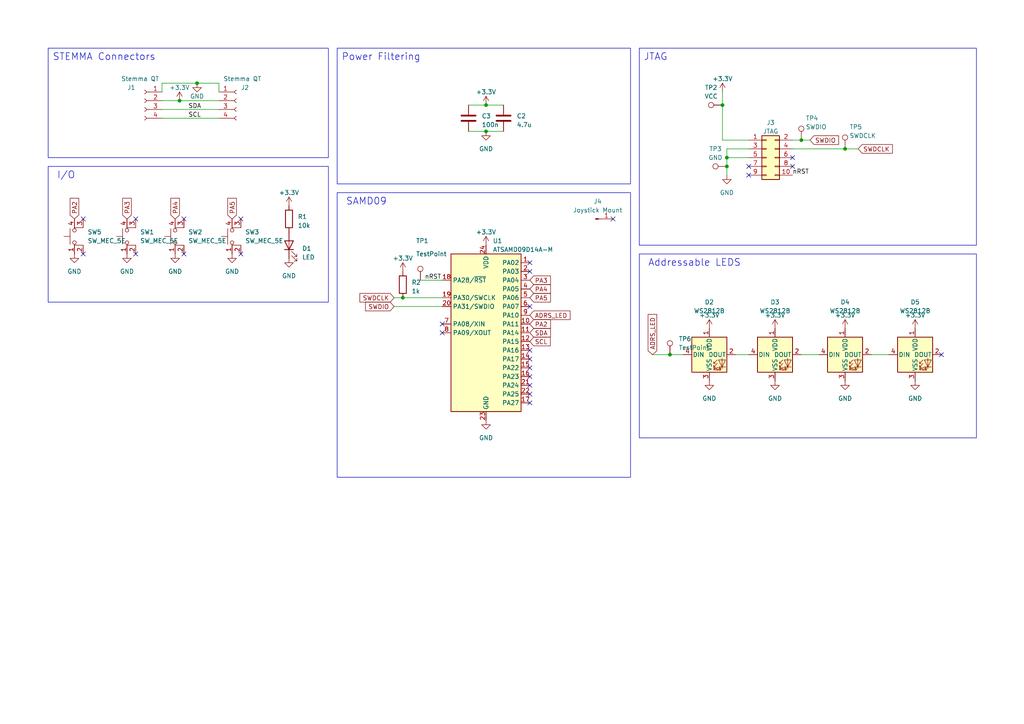
<source format=kicad_sch>
(kicad_sch (version 20230121) (generator eeschema)
  (paper "A4")
  (lib_symbols
    (symbol "Connector:Conn_01x01_Pin" (pin_names (offset 1.016) hide)
      (property "Reference" "J" (at 0 2.54 0))
      (property "Value" "Conn_01x01_Pin" (at 0 -2.54 0))
      (symbol "Conn_01x01_Pin_1_1"
        (polyline (pts (xy 1.27 0) (xy 0.8636 0)) (stroke (width 0.1524)))
        (rectangle (start 0.8636 0.127) (end 0 -0.127) (stroke (width 0.1524)) (fill (type outline)))
        (pin passive line (at 5.08 0 180) (length 3.81) (name "Pin_1") (number "1"))
      )
    )
    (symbol "Connector:Conn_01x04_Socket" (pin_names (offset 1.016) hide)
      (property "Reference" "J" (at 0 5.08 0))
      (property "Value" "Conn_01x04_Socket" (at 0 -7.62 0))
      (symbol "Conn_01x04_Socket_1_1"
        (arc (start 0 -4.572) (mid -0.5058 -5.08) (end 0 -5.588) (stroke (width 0.1524)))
        (arc (start 0 -2.032) (mid -0.5058 -2.54) (end 0 -3.048) (stroke (width 0.1524)))
        (polyline (pts (xy -1.27 -5.08) (xy -0.508 -5.08)) (stroke (width 0.1524)))
        (polyline (pts (xy -1.27 -2.54) (xy -0.508 -2.54)) (stroke (width 0.1524)))
        (polyline (pts (xy -1.27 0) (xy -0.508 0)) (stroke (width 0.1524)))
        (polyline (pts (xy -1.27 2.54) (xy -0.508 2.54)) (stroke (width 0.1524)))
        (arc (start 0 0.508) (mid -0.5058 0) (end 0 -0.508) (stroke (width 0.1524)))
        (arc (start 0 3.048) (mid -0.5058 2.54) (end 0 2.032) (stroke (width 0.1524)))
        (pin passive line (at -5.08 2.54 0) (length 3.81) (name "Pin_1") (number "1"))
        (pin passive line (at -5.08 0 0) (length 3.81) (name "Pin_2") (number "2"))
        (pin passive line (at -5.08 -2.54 0) (length 3.81) (name "Pin_3") (number "3"))
        (pin passive line (at -5.08 -5.08 0) (length 3.81) (name "Pin_4") (number "4"))
      )
    )
    (symbol "Connector:TestPoint" (pin_numbers hide) (pin_names (offset 0.762) hide)
      (property "Reference" "TP" (at 0 6.858 0))
      (property "Value" "TestPoint" (at 0 5.08 0))
      (symbol "TestPoint_0_1"
        (circle (center 0 3.302) (radius 0.762))
      )
      (symbol "TestPoint_1_1"
        (pin passive line (at 0 0 90) (length 2.54) (name "1") (number "1"))
      )
    )
    (symbol "Connector_Generic:Conn_02x05_Odd_Even" (pin_names (offset 1.016) hide)
      (property "Reference" "J" (at 1.27 7.62 0))
      (property "Value" "Conn_02x05_Odd_Even" (at 1.27 -7.62 0))
      (symbol "Conn_02x05_Odd_Even_1_1"
        (rectangle (start -1.27 -4.953) (end 0 -5.207) (stroke (width 0.1524)))
        (rectangle (start -1.27 -2.413) (end 0 -2.667) (stroke (width 0.1524)))
        (rectangle (start -1.27 0.127) (end 0 -0.127) (stroke (width 0.1524)))
        (rectangle (start -1.27 2.667) (end 0 2.413) (stroke (width 0.1524)))
        (rectangle (start -1.27 5.207) (end 0 4.953) (stroke (width 0.1524)))
        (rectangle (start -1.27 6.35) (end 3.81 -6.35) (stroke (width 0.254)) (fill (type background)))
        (rectangle (start 3.81 -4.953) (end 2.54 -5.207) (stroke (width 0.1524)))
        (rectangle (start 3.81 -2.413) (end 2.54 -2.667) (stroke (width 0.1524)))
        (rectangle (start 3.81 0.127) (end 2.54 -0.127) (stroke (width 0.1524)))
        (rectangle (start 3.81 2.667) (end 2.54 2.413) (stroke (width 0.1524)))
        (rectangle (start 3.81 5.207) (end 2.54 4.953) (stroke (width 0.1524)))
        (pin passive line (at -5.08 5.08 0) (length 3.81) (name "Pin_1") (number "1"))
        (pin passive line (at 7.62 -5.08 180) (length 3.81) (name "Pin_10") (number "10"))
        (pin passive line (at 7.62 5.08 180) (length 3.81) (name "Pin_2") (number "2"))
        (pin passive line (at -5.08 2.54 0) (length 3.81) (name "Pin_3") (number "3"))
        (pin passive line (at 7.62 2.54 180) (length 3.81) (name "Pin_4") (number "4"))
        (pin passive line (at -5.08 0 0) (length 3.81) (name "Pin_5") (number "5"))
        (pin passive line (at 7.62 0 180) (length 3.81) (name "Pin_6") (number "6"))
        (pin passive line (at -5.08 -2.54 0) (length 3.81) (name "Pin_7") (number "7"))
        (pin passive line (at 7.62 -2.54 180) (length 3.81) (name "Pin_8") (number "8"))
        (pin passive line (at -5.08 -5.08 0) (length 3.81) (name "Pin_9") (number "9"))
      )
    )
    (symbol "Device:C" (pin_numbers hide) (pin_names (offset 0.254))
      (property "Reference" "C" (at 0.635 2.54 0))
      (property "Value" "C" (at 0.635 -2.54 0))
      (symbol "C_0_1"
        (polyline (pts (xy -2.032 -0.762) (xy 2.032 -0.762)) (stroke (width 0.508)))
        (polyline (pts (xy -2.032 0.762) (xy 2.032 0.762)) (stroke (width 0.508)))
      )
      (symbol "C_1_1"
        (pin passive line (at 0 3.81 270) (length 2.794) (name "~") (number "1"))
        (pin passive line (at 0 -3.81 90) (length 2.794) (name "~") (number "2"))
      )
    )
    (symbol "Device:LED" (pin_numbers hide) (pin_names (offset 1.016) hide)
      (property "Reference" "D" (at 0 2.54 0))
      (property "Value" "LED" (at 0 -2.54 0))
      (symbol "LED_0_1"
        (polyline (pts (xy -1.27 -1.27) (xy -1.27 1.27)) (stroke (width 0.254)))
        (polyline (pts (xy -1.27 0) (xy 1.27 0)))
        (polyline (pts (xy 1.27 -1.27) (xy 1.27 1.27) (xy -1.27 0) (xy 1.27 -1.27)) (stroke (width 0.254)))
        (polyline (pts (xy -3.048 -0.762) (xy -4.572 -2.286) (xy -3.81 -2.286) (xy -4.572 -2.286) (xy -4.572 -1.524)))
        (polyline (pts (xy -1.778 -0.762) (xy -3.302 -2.286) (xy -2.54 -2.286) (xy -3.302 -2.286) (xy -3.302 -1.524)))
      )
      (symbol "LED_1_1"
        (pin passive line (at -3.81 0 0) (length 2.54) (name "K") (number "1"))
        (pin passive line (at 3.81 0 180) (length 2.54) (name "A") (number "2"))
      )
    )
    (symbol "Device:R" (pin_numbers hide) (pin_names (offset 0))
      (property "Reference" "R" (at 2.032 0 90))
      (property "Value" "R" (at 0 0 90))
      (symbol "R_0_1"
        (rectangle (start -1.016 -2.54) (end 1.016 2.54) (stroke (width 0.254)))
      )
      (symbol "R_1_1"
        (pin passive line (at 0 3.81 270) (length 1.27) (name "~") (number "1"))
        (pin passive line (at 0 -3.81 90) (length 1.27) (name "~") (number "2"))
      )
    )
    (symbol "LED:WS2812B" (pin_names (offset 0.254))
      (property "Reference" "D" (at 5.08 5.715 0))
      (property "Value" "WS2812B" (at 1.27 -5.715 0))
      (symbol "WS2812B_0_0"
        (text "RGB" (at 2.286 -4.191 0) (effects (font (size 0.762 0.762))))
      )
      (symbol "WS2812B_0_1"
        (polyline (pts (xy 1.27 -3.556) (xy 1.778 -3.556)))
        (polyline (pts (xy 1.27 -2.54) (xy 1.778 -2.54)))
        (polyline (pts (xy 4.699 -3.556) (xy 2.667 -3.556)))
        (polyline (pts (xy 2.286 -2.54) (xy 1.27 -3.556) (xy 1.27 -3.048)))
        (polyline (pts (xy 2.286 -1.524) (xy 1.27 -2.54) (xy 1.27 -2.032)))
        (polyline (pts (xy 3.683 -1.016) (xy 3.683 -3.556) (xy 3.683 -4.064)))
        (polyline (pts (xy 4.699 -1.524) (xy 2.667 -1.524) (xy 3.683 -3.556) (xy 4.699 -1.524)))
        (rectangle (start 5.08 5.08) (end -5.08 -5.08) (stroke (width 0.254)) (fill (type background)))
      )
      (symbol "WS2812B_1_1"
        (pin power_in line (at 0 7.62 270) (length 2.54) (name "VDD") (number "1"))
        (pin output line (at 7.62 0 180) (length 2.54) (name "DOUT") (number "2"))
        (pin power_in line (at 0 -7.62 90) (length 2.54) (name "VSS") (number "3"))
        (pin input line (at -7.62 0 0) (length 2.54) (name "DIN") (number "4"))
      )
    )
    (symbol "MCU_Microchip_SAMD:ATSAMD09D14A-M"
      (property "Reference" "U" (at -10.16 24.13 0))
      (property "Value" "ATSAMD09D14A-M" (at 1.27 24.13 0))
      (symbol "ATSAMD09D14A-M_0_1"
        (rectangle (start -10.16 22.86) (end 10.16 -22.86) (stroke (width 0.254)) (fill (type background)))
      )
      (symbol "ATSAMD09D14A-M_1_1"
        (pin bidirectional line (at 12.7 20.32 180) (length 2.54) (name "PA02") (number "1"))
        (pin bidirectional line (at 12.7 2.54 180) (length 2.54) (name "PA11") (number "10"))
        (pin bidirectional line (at 12.7 0 180) (length 2.54) (name "PA14") (number "11"))
        (pin bidirectional line (at 12.7 -2.54 180) (length 2.54) (name "PA15") (number "12"))
        (pin bidirectional line (at 12.7 -5.08 180) (length 2.54) (name "PA16") (number "13"))
        (pin bidirectional line (at 12.7 -7.62 180) (length 2.54) (name "PA17") (number "14"))
        (pin bidirectional line (at 12.7 -10.16 180) (length 2.54) (name "PA22") (number "15"))
        (pin bidirectional line (at 12.7 -12.7 180) (length 2.54) (name "PA23") (number "16"))
        (pin bidirectional line (at 12.7 -20.32 180) (length 2.54) (name "PA27") (number "17"))
        (pin bidirectional line (at -12.7 15.24 0) (length 2.54) (name "PA28/~{RST}") (number "18"))
        (pin bidirectional line (at -12.7 10.16 0) (length 2.54) (name "PA30/SWCLK") (number "19"))
        (pin bidirectional line (at 12.7 17.78 180) (length 2.54) (name "PA03") (number "2"))
        (pin bidirectional line (at -12.7 7.62 0) (length 2.54) (name "PA31/SWDIO") (number "20"))
        (pin bidirectional line (at 12.7 -15.24 180) (length 2.54) (name "PA24") (number "21"))
        (pin bidirectional line (at 12.7 -17.78 180) (length 2.54) (name "PA25") (number "22"))
        (pin power_in line (at 0 -25.4 90) (length 2.54) (name "GND") (number "23"))
        (pin power_in line (at 0 25.4 270) (length 2.54) (name "VDD") (number "24"))
        (pin bidirectional line (at 12.7 15.24 180) (length 2.54) (name "PA04") (number "3"))
        (pin bidirectional line (at 12.7 12.7 180) (length 2.54) (name "PA05") (number "4"))
        (pin bidirectional line (at 12.7 10.16 180) (length 2.54) (name "PA06") (number "5"))
        (pin bidirectional line (at 12.7 7.62 180) (length 2.54) (name "PA07") (number "6"))
        (pin bidirectional line (at -12.7 2.54 0) (length 2.54) (name "PA08/XIN") (number "7"))
        (pin bidirectional line (at -12.7 0 0) (length 2.54) (name "PA09/XOUT") (number "8"))
        (pin bidirectional line (at 12.7 5.08 180) (length 2.54) (name "PA10") (number "9"))
      )
    )
    (symbol "Switch:SW_MEC_5E" (pin_names (offset 1.016) hide)
      (property "Reference" "SW" (at 0.635 5.715 0))
      (property "Value" "SW_MEC_5E" (at 0 -3.175 0))
      (symbol "SW_MEC_5E_0_1"
        (circle (center -1.778 2.54) (radius 0.508))
        (polyline (pts (xy -2.286 3.81) (xy 2.286 3.81)))
        (polyline (pts (xy 0 3.81) (xy 0 5.588)))
        (polyline (pts (xy -2.54 0) (xy -2.54 2.54) (xy -2.286 2.54)))
        (polyline (pts (xy 2.54 0) (xy 2.54 2.54) (xy 2.286 2.54)))
        (circle (center 1.778 2.54) (radius 0.508))
        (pin passive line (at -5.08 2.54 0) (length 2.54) (name "1") (number "1"))
        (pin passive line (at -5.08 0 0) (length 2.54) (name "2") (number "2"))
        (pin passive line (at 5.08 0 180) (length 2.54) (name "K") (number "3"))
        (pin passive line (at 5.08 2.54 180) (length 2.54) (name "A") (number "4"))
      )
    )
    (symbol "power:+3.3V" (power) (pin_names (offset 0))
      (property "Value" "+3.3V" (at 0 3.556 0))
      (symbol "+3.3V_0_1"
        (polyline (pts (xy -0.762 1.27) (xy 0 2.54)))
        (polyline (pts (xy 0 0) (xy 0 2.54)))
        (polyline (pts (xy 0 2.54) (xy 0.762 1.27)))
      )
      (symbol "+3.3V_1_1"
        (pin power_in line (at 0 0 90) (length 0) hide (name "+3.3V") (number "1"))
      )
    )
    (symbol "power:GND" (power) (pin_names (offset 0))
      (property "Value" "GND" (at 0 -3.81 0))
      (symbol "GND_0_1"
        (polyline (pts (xy 0 0) (xy 0 -1.27) (xy 1.27 -1.27) (xy 0 -2.54) (xy -1.27 -1.27) (xy 0 -1.27)))
      )
      (symbol "GND_1_1"
        (pin power_in line (at 0 0 270) (length 0) hide (name "GND") (number "1"))
      )
    )
  )
  (junction (at 140.97 38.1))
  (junction (at 116.84 86.36))
  (junction (at 209.55 30.48))
  (junction (at 210.82 48.26))
  (junction (at 194.31 102.87))
  (junction (at 52.07 29.21))
  (junction (at 232.41 40.64))
  (junction (at 210.82 45.72))
  (junction (at 57.15 24.13))
  (junction (at 140.97 30.48))
  (junction (at 245.11 43.18))
  (no_connect (at 217.17 50.8))
  (no_connect (at 153.67 111.76))
  (no_connect (at 128.27 96.52))
  (no_connect (at 153.67 106.68))
  (no_connect (at 153.67 116.84))
  (no_connect (at 229.87 48.26))
  (no_connect (at 69.85 63.5))
  (no_connect (at 153.67 114.3))
  (no_connect (at 177.8 63.5))
  (no_connect (at 24.13 73.66))
  (no_connect (at 153.67 104.14))
  (no_connect (at 53.34 63.5))
  (no_connect (at 39.37 73.66))
  (no_connect (at 53.34 73.66))
  (no_connect (at 128.27 93.98))
  (no_connect (at 217.17 48.26))
  (no_connect (at 229.87 45.72))
  (no_connect (at 153.67 88.9))
  (no_connect (at 24.13 63.5))
  (no_connect (at 69.85 73.66))
  (no_connect (at 39.37 63.5))
  (no_connect (at 153.67 109.22))
  (no_connect (at 153.67 78.74))
  (no_connect (at 153.67 101.6))
  (no_connect (at 153.67 76.2))
  (no_connect (at 273.05 102.87))
  (wire (pts (xy 210.82 48.26) (xy 210.82 50.8)))
  (wire (pts (xy 209.55 30.48) (xy 209.55 40.64)))
  (wire (pts (xy 46.99 34.29) (xy 63.5 34.29)))
  (wire (pts (xy 135.89 30.48) (xy 140.97 30.48)))
  (wire (pts (xy 46.99 29.21) (xy 52.07 29.21)))
  (wire (pts (xy 114.3 86.36) (xy 116.84 86.36)))
  (wire (pts (xy 63.5 24.13) (xy 63.5 26.67)))
  (wire (pts (xy 234.95 40.64) (xy 232.41 40.64)))
  (wire (pts (xy 114.3 88.9) (xy 128.27 88.9)))
  (wire (pts (xy 213.36 102.87) (xy 217.17 102.87)))
  (wire (pts (xy 140.97 30.48) (xy 146.05 30.48)))
  (wire (pts (xy 135.89 38.1) (xy 140.97 38.1)))
  (wire (pts (xy 229.87 43.18) (xy 245.11 43.18)))
  (wire (pts (xy 194.31 102.87) (xy 198.12 102.87)))
  (wire (pts (xy 210.82 45.72) (xy 217.17 45.72)))
  (wire (pts (xy 116.84 86.36) (xy 128.27 86.36)))
  (wire (pts (xy 232.41 40.64) (xy 229.87 40.64)))
  (wire (pts (xy 210.82 45.72) (xy 210.82 48.26)))
  (wire (pts (xy 232.41 102.87) (xy 237.49 102.87)))
  (wire (pts (xy 140.97 38.1) (xy 146.05 38.1)))
  (wire (pts (xy 46.99 24.13) (xy 57.15 24.13)))
  (wire (pts (xy 46.99 24.13) (xy 46.99 26.67)))
  (wire (pts (xy 209.55 26.67) (xy 209.55 30.48)))
  (wire (pts (xy 209.55 40.64) (xy 217.17 40.64)))
  (wire (pts (xy 57.15 24.13) (xy 63.5 24.13)))
  (wire (pts (xy 46.99 31.75) (xy 63.5 31.75)))
  (wire (pts (xy 217.17 43.18) (xy 210.82 43.18)))
  (wire (pts (xy 245.11 43.18) (xy 248.92 43.18)))
  (wire (pts (xy 252.73 102.87) (xy 257.81 102.87)))
  (wire (pts (xy 189.23 102.87) (xy 194.31 102.87)))
  (wire (pts (xy 210.82 43.18) (xy 210.82 45.72)))
  (wire (pts (xy 121.92 81.28) (xy 128.27 81.28)))
  (wire (pts (xy 52.07 29.21) (xy 63.5 29.21)))
  (rectangle (start 185.42 73.66) (end 283.21 127))
  (rectangle (start 13.97 13.97) (end 95.25 45.72))
  (rectangle (start 97.79 55.88) (end 182.88 138.43))
  (rectangle (start 13.97 48.26) (end 95.25 87.63))
  (rectangle (start 185.42 13.97) (end 283.21 71.12))
  (rectangle (start 97.79 13.97) (end 182.88 53.34))
  (text "Addressable LEDS" (at 187.96 77.47 0) (effects (font (size 2 2)) (justify left bottom)))
  (text "I/O\n" (at 16.51 52.07 0) (effects (font (size 2 2)) (justify left bottom)))
  (text "Power Filtering\n" (at 99.06 17.78 0) (effects (font (size 2 2)) (justify left bottom)))
  (text "STEMMA Connectors\n" (at 15.24 17.78 0) (effects (font (size 2 2)) (justify left bottom)))
  (text "JTAG" (at 186.69 17.78 0) (effects (font (size 2 2)) (justify left bottom)))
  (text "SAMD09\n" (at 100.33 59.69 0) (effects (font (size 2 2)) (justify left bottom)))
  (label "SDA" (at 54.61 31.75 0))
  (label "SCL" (at 54.61 34.29 0))
  (label "nRST" (at 229.87 50.8 0))
  (label "nRST" (at 123.19 81.28 0))
  (global_label "SDA" (shape input) (at 153.67 96.52 0) (property "Intersheetrefs" "${INTERSHEET_REFS}" (effects hide)))
  (global_label "SWDIO" (shape input) (at 234.95 40.64 0) (property "Intersheetrefs" "${INTERSHEET_REFS}" (effects hide)))
  (global_label "PA5" (shape input) (at 67.31 63.5 90) (property "Intersheetrefs" "${INTERSHEET_REFS}" (effects hide)))
  (global_label "ADRS_LED" (shape input) (at 189.23 102.87 90) (property "Intersheetrefs" "${INTERSHEET_REFS}" (effects hide)))
  (global_label "PA3" (shape input) (at 36.83 63.5 90) (property "Intersheetrefs" "${INTERSHEET_REFS}" (effects hide)))
  (global_label "SWDCLK" (shape input) (at 248.92 43.18 0) (property "Intersheetrefs" "${INTERSHEET_REFS}" (effects hide)))
  (global_label "PA2" (shape input) (at 21.59 63.5 90) (property "Intersheetrefs" "${INTERSHEET_REFS}" (effects hide)))
  (global_label "SCL" (shape input) (at 153.67 99.06 0) (property "Intersheetrefs" "${INTERSHEET_REFS}" (effects hide)))
  (global_label "PA2" (shape input) (at 153.67 93.98 0) (property "Intersheetrefs" "${INTERSHEET_REFS}" (effects hide)))
  (global_label "SWDIO" (shape input) (at 114.3 88.9 180) (property "Intersheetrefs" "${INTERSHEET_REFS}" (effects hide)))
  (global_label "ADRS_LED" (shape input) (at 153.67 91.44 0) (property "Intersheetrefs" "${INTERSHEET_REFS}" (effects hide)))
  (global_label "SWDCLK" (shape input) (at 114.3 86.36 180) (property "Intersheetrefs" "${INTERSHEET_REFS}" (effects hide)))
  (global_label "PA4" (shape input) (at 50.8 63.5 90) (property "Intersheetrefs" "${INTERSHEET_REFS}" (effects hide)))
  (global_label "PA4" (shape input) (at 153.67 83.82 0) (property "Intersheetrefs" "${INTERSHEET_REFS}" (effects hide)))
  (global_label "PA3" (shape input) (at 153.67 81.28 0) (property "Intersheetrefs" "${INTERSHEET_REFS}" (effects hide)))
  (global_label "PA5" (shape input) (at 153.67 86.36 0) (property "Intersheetrefs" "${INTERSHEET_REFS}" (effects hide)))
  (symbol (lib_id "Switch:SW_MEC_5E") (at 39.37 68.58 90) (unit 1)
    (property "Reference" "SW1" (at 40.64 67.31 90) (effects (justify right)))
    (property "Value" "SW_MEC_5E" (at 40.64 69.85 90) (effects (justify right)))
    (property "Footprint" "EVQQ2B01W:EVQQ2B01W" (effects hide))
    (property "Datasheet" "http://www.apem.com/int/index.php?controller=attachment&id_attachment=1371" (effects hide))
  )
  (symbol (lib_id "LED:WS2812B") (at 265.43 102.87 0) (unit 1)
    (property "Reference" "D5" (at 265.43 87.63 0))
    (property "Value" "WS2812B" (at 265.43 90.17 0))
    (property "Footprint" "LED_SMD:LED_WS2812B-2020_PLCC4_2.0x2.0mm" (effects hide))
    (property "Datasheet" "https://cdn-shop.adafruit.com/datasheets/WS2812B.pdf" (effects hide))
  )
  (symbol (lib_id "power:+3.3V") (at 52.07 29.21 0) (unit 1)
    (property "Reference" "#PWR04" (effects hide))
    (property "Value" "+3.3V" (at 52.07 25.4 0))
  )
  (symbol (lib_id "Device:C") (at 146.05 34.29 0) (unit 1)
    (property "Reference" "C2" (at 149.86 33.655 0) (effects (justify left)))
    (property "Value" "4.7u" (at 149.86 36.195 0) (effects (justify left)))
    (property "Footprint" "Capacitor_SMD:C_0402_1005Metric" (effects hide))
  )
  (symbol (lib_id "power:GND") (at 83.82 74.93 0) (unit 1)
    (property "Reference" "#PWR08" (effects hide))
    (property "Value" "GND" (at 83.82 80.01 0))
  )
  (symbol (lib_id "Switch:SW_MEC_5E") (at 24.13 68.58 90) (unit 1)
    (property "Reference" "SW5" (at 25.4 67.31 90) (effects (justify right)))
    (property "Value" "SW_MEC_5E" (at 25.4 69.85 90) (effects (justify right)))
    (property "Footprint" "EVQQ2B01W:EVQQ2B01W" (effects hide))
    (property "Datasheet" "http://www.apem.com/int/index.php?controller=attachment&id_attachment=1371" (effects hide))
  )
  (symbol (lib_id "Device:R") (at 83.82 63.5 0) (unit 1)
    (property "Reference" "R1" (at 86.36 62.865 0) (effects (justify left)))
    (property "Value" "10k" (at 86.36 65.405 0) (effects (justify left)))
    (property "Footprint" "Resistor_SMD:R_0402_1005Metric" (effects hide))
  )
  (symbol (lib_id "Device:LED") (at 83.82 71.12 90) (unit 1)
    (property "Reference" "D1" (at 87.63 72.0725 90) (effects (justify right)))
    (property "Value" "LED" (at 87.63 74.6125 90) (effects (justify right)))
    (property "Footprint" "LED_SMD:LED_0805_2012Metric" (effects hide))
  )
  (symbol (lib_id "power:GND") (at 140.97 121.92 0) (unit 1)
    (property "Reference" "#PWR013" (effects hide))
    (property "Value" "GND" (at 140.97 127 0))
  )
  (symbol (lib_id "power:+3.3V") (at 116.84 78.74 0) (unit 1)
    (property "Reference" "#PWR09" (effects hide))
    (property "Value" "+3.3V" (at 116.84 74.93 0))
  )
  (symbol (lib_id "Connector:TestPoint") (at 245.11 43.18 0) (unit 1)
    (property "Reference" "TP5" (at 246.38 36.83 0) (effects (justify left)))
    (property "Value" "SWDCLK" (at 246.38 39.37 0) (effects (justify left)))
    (property "Footprint" "TestPoint:TestPoint_Pad_D1.5mm" (effects hide))
  )
  (symbol (lib_id "Connector:TestPoint") (at 210.82 48.26 90) (unit 1)
    (property "Reference" "TP3" (at 207.518 43.18 90))
    (property "Value" "GND" (at 207.518 45.72 90))
    (property "Footprint" "TestPoint:TestPoint_Pad_D1.5mm" (effects hide))
  )
  (symbol (lib_id "power:+3.3V") (at 224.79 95.25 0) (unit 1)
    (property "Reference" "#PWR021" (effects hide))
    (property "Value" "+3.3V" (at 224.79 91.44 0))
  )
  (symbol (lib_id "Connector:TestPoint") (at 121.92 81.28 0) (unit 1)
    (property "Reference" "TP1" (at 120.65 69.85 0) (effects (justify left)))
    (property "Value" "TestPoint" (at 120.65 73.66 0) (effects (justify left)))
    (property "Footprint" "TestPoint:TestPoint_Pad_D1.5mm" (effects hide))
  )
  (symbol (lib_id "power:+3.3V") (at 245.11 95.25 0) (unit 1)
    (property "Reference" "#PWR022" (effects hide))
    (property "Value" "+3.3V" (at 245.11 91.44 0))
  )
  (symbol (lib_id "power:+3.3V") (at 265.43 95.25 0) (unit 1)
    (property "Reference" "#PWR023" (effects hide))
    (property "Value" "+3.3V" (at 265.43 91.44 0))
  )
  (symbol (lib_id "Connector:TestPoint") (at 209.55 30.48 90) (unit 1)
    (property "Reference" "TP2" (at 206.248 25.4 90))
    (property "Value" "VCC" (at 206.248 27.94 90))
    (property "Footprint" "TestPoint:TestPoint_Pad_D1.5mm" (effects hide))
  )
  (symbol (lib_id "MCU_Microchip_SAMD:ATSAMD09D14A-M") (at 140.97 96.52 0) (unit 1)
    (property "Reference" "U1" (at 142.9259 69.85 0) (effects (justify left)))
    (property "Value" "ATSAMD09D14A-M" (at 142.9259 72.39 0) (effects (justify left)))
    (property "Footprint" "Package_DFN_QFN:QFN-24-1EP_4x4mm_P0.5mm_EP2.6x2.6mm" (effects hide))
    (property "Datasheet" "http://ww1.microchip.com/downloads/en/DeviceDoc/Atmel-42414-SAM-D09_Datasheet.pdf" (effects hide))
  )
  (symbol (lib_id "power:GND") (at 224.79 110.49 0) (unit 1)
    (property "Reference" "#PWR017" (effects hide))
    (property "Value" "GND" (at 224.79 115.57 0))
  )
  (symbol (lib_id "power:+3.3V") (at 140.97 30.48 0) (unit 1)
    (property "Reference" "#PWR010" (effects hide))
    (property "Value" "+3.3V" (at 140.97 26.67 0))
  )
  (symbol (lib_id "power:GND") (at 57.15 24.13 0) (unit 1)
    (property "Reference" "#PWR05" (effects hide))
    (property "Value" "GND" (at 57.15 27.94 0))
  )
  (symbol (lib_id "power:+3.3V") (at 205.74 95.25 0) (unit 1)
    (property "Reference" "#PWR020" (effects hide))
    (property "Value" "+3.3V" (at 205.74 91.44 0))
  )
  (symbol (lib_id "Connector:TestPoint") (at 194.31 102.87 0) (unit 1)
    (property "Reference" "TP6" (at 196.85 98.298 0) (effects (justify left)))
    (property "Value" "TestPoint" (at 196.85 100.838 0) (effects (justify left)))
    (property "Footprint" "TestPoint:TestPoint_Pad_D1.5mm" (effects hide))
  )
  (symbol (lib_id "power:GND") (at 210.82 50.8 0) (unit 1)
    (property "Reference" "#PWR015" (effects hide))
    (property "Value" "GND" (at 210.82 55.88 0))
  )
  (symbol (lib_id "power:GND") (at 36.83 73.66 0) (unit 1)
    (property "Reference" "#PWR02" (effects hide))
    (property "Value" "GND" (at 36.83 78.74 0))
  )
  (symbol (lib_id "power:+3.3V") (at 140.97 71.12 0) (unit 1)
    (property "Reference" "#PWR012" (effects hide))
    (property "Value" "+3.3V" (at 140.97 67.31 0))
  )
  (symbol (lib_id "Connector:Conn_01x01_Pin") (at 172.72 63.5 0) (unit 1)
    (property "Reference" "J4" (at 173.355 58.42 0))
    (property "Value" "Joystick Mount" (at 173.355 60.96 0))
    (property "Footprint" "Connector_PinHeader_1.00mm:PinHeader_1x01_P1.00mm_Vertical" (effects hide))
  )
  (symbol (lib_id "power:GND") (at 265.43 110.49 0) (unit 1)
    (property "Reference" "#PWR019" (effects hide))
    (property "Value" "GND" (at 265.43 115.57 0))
  )
  (symbol (lib_id "Switch:SW_MEC_5E") (at 69.85 68.58 90) (unit 1)
    (property "Reference" "SW3" (at 71.12 67.31 90) (effects (justify right)))
    (property "Value" "SW_MEC_5E" (at 71.12 69.85 90) (effects (justify right)))
    (property "Footprint" "EVQQ2B01W:EVQQ2B01W" (effects hide))
    (property "Datasheet" "http://www.apem.com/int/index.php?controller=attachment&id_attachment=1371" (effects hide))
  )
  (symbol (lib_id "LED:WS2812B") (at 224.79 102.87 0) (unit 1)
    (property "Reference" "D3" (at 224.79 87.63 0))
    (property "Value" "WS2812B" (at 224.79 90.17 0))
    (property "Footprint" "LED_SMD:LED_WS2812B-2020_PLCC4_2.0x2.0mm" (effects hide))
    (property "Datasheet" "https://cdn-shop.adafruit.com/datasheets/WS2812B.pdf" (effects hide))
  )
  (symbol (lib_id "Connector_Generic:Conn_02x05_Odd_Even") (at 222.25 45.72 0) (unit 1)
    (property "Reference" "J3" (at 223.52 35.56 0))
    (property "Value" "JTAG" (at 223.52 38.1 0))
    (property "Footprint" "Connector_PinHeader_1.27mm:PinHeader_2x05_P1.27mm_Vertical_SMD" (effects hide))
  )
  (symbol (lib_id "power:+3.3V") (at 83.82 59.69 0) (unit 1)
    (property "Reference" "#PWR07" (effects hide))
    (property "Value" "+3.3V" (at 83.82 55.88 0))
  )
  (symbol (lib_id "Connector:TestPoint") (at 232.41 40.64 0) (unit 1)
    (property "Reference" "TP4" (at 233.68 34.29 0) (effects (justify left)))
    (property "Value" "SWDIO" (at 233.68 36.83 0) (effects (justify left)))
    (property "Footprint" "TestPoint:TestPoint_Pad_D1.5mm" (effects hide))
  )
  (symbol (lib_id "power:GND") (at 140.97 38.1 0) (unit 1)
    (property "Reference" "#PWR011" (effects hide))
    (property "Value" "GND" (at 140.97 43.18 0))
  )
  (symbol (lib_id "power:GND") (at 67.31 73.66 0) (unit 1)
    (property "Reference" "#PWR06" (effects hide))
    (property "Value" "GND" (at 67.31 78.74 0))
  )
  (symbol (lib_id "Connector:Conn_01x04_Socket") (at 68.58 29.21 0) (unit 1)
    (property "Reference" "J2" (at 69.85 25.4 0) (effects (justify left)))
    (property "Value" "Stemma QT" (at 64.77 22.86 0) (effects (justify left)))
    (property "Footprint" "Connector_JST:JST_SH_SM04B-SRSS-TB_1x04-1MP_P1.00mm_Horizontal" (effects hide))
  )
  (symbol (lib_id "power:GND") (at 205.74 110.49 0) (unit 1)
    (property "Reference" "#PWR016" (effects hide))
    (property "Value" "GND" (at 205.74 115.57 0))
  )
  (symbol (lib_id "LED:WS2812B") (at 245.11 102.87 0) (unit 1)
    (property "Reference" "D4" (at 245.11 87.63 0))
    (property "Value" "WS2812B" (at 245.11 90.17 0))
    (property "Footprint" "LED_SMD:LED_WS2812B-2020_PLCC4_2.0x2.0mm" (effects hide))
    (property "Datasheet" "https://cdn-shop.adafruit.com/datasheets/WS2812B.pdf" (effects hide))
  )
  (symbol (lib_id "power:GND") (at 21.59 73.66 0) (unit 1)
    (property "Reference" "#PWR01" (effects hide))
    (property "Value" "GND" (at 21.59 78.74 0))
  )
  (symbol (lib_id "Connector:Conn_01x04_Socket") (at 41.91 29.21 0) (mirror y) (unit 1)
    (property "Reference" "J1" (at 38.1 25.4 0))
    (property "Value" "Stemma QT" (at 40.64 22.86 0))
    (property "Footprint" "Connector_JST:JST_SH_SM04B-SRSS-TB_1x04-1MP_P1.00mm_Horizontal" (effects hide))
  )
  (symbol (lib_id "LED:WS2812B") (at 205.74 102.87 0) (unit 1)
    (property "Reference" "D2" (at 205.74 87.63 0))
    (property "Value" "WS2812B" (at 205.74 90.17 0))
    (property "Footprint" "LED_SMD:LED_WS2812B-2020_PLCC4_2.0x2.0mm" (effects hide))
    (property "Datasheet" "https://cdn-shop.adafruit.com/datasheets/WS2812B.pdf" (effects hide))
  )
  (symbol (lib_id "power:GND") (at 50.8 73.66 0) (unit 1)
    (property "Reference" "#PWR03" (effects hide))
    (property "Value" "GND" (at 50.8 78.74 0))
  )
  (symbol (lib_id "power:+3.3V") (at 209.55 26.67 0) (unit 1)
    (property "Reference" "#PWR014" (effects hide))
    (property "Value" "+3.3V" (at 209.55 22.86 0))
  )
  (symbol (lib_id "Switch:SW_MEC_5E") (at 53.34 68.58 90) (unit 1)
    (property "Reference" "SW2" (at 54.61 67.31 90) (effects (justify right)))
    (property "Value" "SW_MEC_5E" (at 54.61 69.85 90) (effects (justify right)))
    (property "Footprint" "EVQQ2B01W:EVQQ2B01W" (effects hide))
    (property "Datasheet" "http://www.apem.com/int/index.php?controller=attachment&id_attachment=1371" (effects hide))
  )
  (symbol (lib_id "power:GND") (at 245.11 110.49 0) (unit 1)
    (property "Reference" "#PWR018" (effects hide))
    (property "Value" "GND" (at 245.11 115.57 0))
  )
  (symbol (lib_id "Device:R") (at 116.84 82.55 0) (unit 1)
    (property "Reference" "R2" (at 119.38 81.915 0) (effects (justify left)))
    (property "Value" "1k" (at 119.38 84.455 0) (effects (justify left)))
    (property "Footprint" "Resistor_SMD:R_0402_1005Metric" (effects hide))
  )
  (symbol (lib_id "Device:C") (at 135.89 34.29 0) (unit 1)
    (property "Reference" "C3" (at 139.7 33.655 0) (effects (justify left)))
    (property "Value" "100n" (at 139.7 36.195 0) (effects (justify left)))
    (property "Footprint" "Capacitor_SMD:C_0402_1005Metric" (effects hide))
  )
)
</source>
